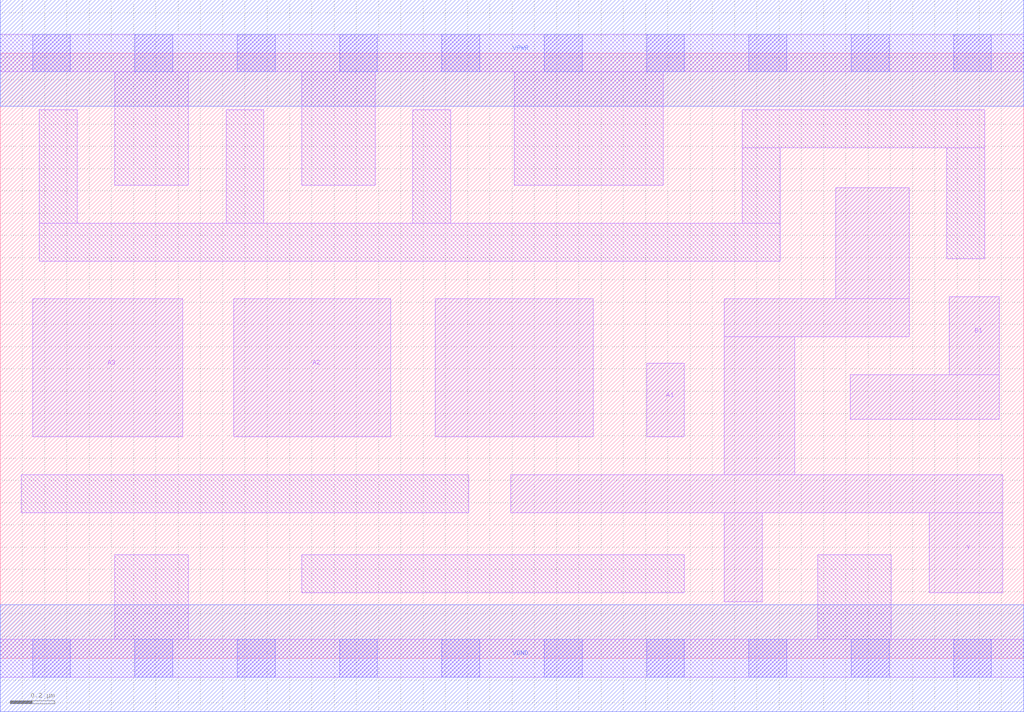
<source format=lef>
# Copyright 2020 The SkyWater PDK Authors
#
# Licensed under the Apache License, Version 2.0 (the "License");
# you may not use this file except in compliance with the License.
# You may obtain a copy of the License at
#
#     https://www.apache.org/licenses/LICENSE-2.0
#
# Unless required by applicable law or agreed to in writing, software
# distributed under the License is distributed on an "AS IS" BASIS,
# WITHOUT WARRANTIES OR CONDITIONS OF ANY KIND, either express or implied.
# See the License for the specific language governing permissions and
# limitations under the License.
#
# SPDX-License-Identifier: Apache-2.0

VERSION 5.7 ;
  NOWIREEXTENSIONATPIN ON ;
  DIVIDERCHAR "/" ;
  BUSBITCHARS "[]" ;
UNITS
  DATABASE MICRONS 200 ;
END UNITS
MACRO sky130_fd_sc_hd__a31oi_2
  CLASS CORE ;
  FOREIGN sky130_fd_sc_hd__a31oi_2 ;
  ORIGIN  0.000000  0.000000 ;
  SIZE  4.600000 BY  2.720000 ;
  SYMMETRY X Y R90 ;
  SITE unithd ;
  PIN A1
    ANTENNAGATEAREA  0.495000 ;
    DIRECTION INPUT ;
    USE SIGNAL ;
    PORT
      LAYER li1 ;
        RECT 1.955000 0.995000 2.665000 1.615000 ;
        RECT 2.905000 0.995000 3.075000 1.325000 ;
    END
  END A1
  PIN A2
    ANTENNAGATEAREA  0.495000 ;
    DIRECTION INPUT ;
    USE SIGNAL ;
    PORT
      LAYER li1 ;
        RECT 1.050000 0.995000 1.755000 1.615000 ;
    END
  END A2
  PIN A3
    ANTENNAGATEAREA  0.495000 ;
    DIRECTION INPUT ;
    USE SIGNAL ;
    PORT
      LAYER li1 ;
        RECT 0.145000 0.995000 0.820000 1.615000 ;
    END
  END A3
  PIN B1
    ANTENNAGATEAREA  0.495000 ;
    DIRECTION INPUT ;
    USE SIGNAL ;
    PORT
      LAYER li1 ;
        RECT 3.820000 1.075000 4.490000 1.275000 ;
        RECT 4.265000 1.275000 4.490000 1.625000 ;
    END
  END B1
  PIN Y
    ANTENNADIFFAREA  0.922000 ;
    DIRECTION OUTPUT ;
    USE SIGNAL ;
    PORT
      LAYER li1 ;
        RECT 2.295000 0.655000 4.505000 0.825000 ;
        RECT 3.255000 0.255000 3.425000 0.655000 ;
        RECT 3.255000 0.825000 3.570000 1.445000 ;
        RECT 3.255000 1.445000 4.085000 1.615000 ;
        RECT 3.755000 1.615000 4.085000 2.115000 ;
        RECT 4.175000 0.295000 4.505000 0.655000 ;
    END
  END Y
  PIN VGND
    DIRECTION INOUT ;
    SHAPE ABUTMENT ;
    USE GROUND ;
    PORT
      LAYER met1 ;
        RECT 0.000000 -0.240000 4.600000 0.240000 ;
    END
  END VGND
  PIN VPWR
    DIRECTION INOUT ;
    SHAPE ABUTMENT ;
    USE POWER ;
    PORT
      LAYER met1 ;
        RECT 0.000000 2.480000 4.600000 2.960000 ;
    END
  END VPWR
  OBS
    LAYER li1 ;
      RECT 0.000000 -0.085000 4.600000 0.085000 ;
      RECT 0.000000  2.635000 4.600000 2.805000 ;
      RECT 0.095000  0.655000 2.105000 0.825000 ;
      RECT 0.175000  1.785000 3.505000 1.955000 ;
      RECT 0.175000  1.955000 0.345000 2.465000 ;
      RECT 0.515000  0.085000 0.845000 0.465000 ;
      RECT 0.515000  2.125000 0.845000 2.635000 ;
      RECT 1.015000  1.955000 1.185000 2.465000 ;
      RECT 1.355000  0.295000 3.075000 0.465000 ;
      RECT 1.355000  2.125000 1.685000 2.635000 ;
      RECT 1.855000  1.955000 2.025000 2.465000 ;
      RECT 2.310000  2.125000 2.980000 2.635000 ;
      RECT 3.335000  1.955000 3.505000 2.295000 ;
      RECT 3.335000  2.295000 4.425000 2.465000 ;
      RECT 3.675000  0.085000 4.005000 0.465000 ;
      RECT 4.255000  1.795000 4.425000 2.295000 ;
    LAYER mcon ;
      RECT 0.145000 -0.085000 0.315000 0.085000 ;
      RECT 0.145000  2.635000 0.315000 2.805000 ;
      RECT 0.605000 -0.085000 0.775000 0.085000 ;
      RECT 0.605000  2.635000 0.775000 2.805000 ;
      RECT 1.065000 -0.085000 1.235000 0.085000 ;
      RECT 1.065000  2.635000 1.235000 2.805000 ;
      RECT 1.525000 -0.085000 1.695000 0.085000 ;
      RECT 1.525000  2.635000 1.695000 2.805000 ;
      RECT 1.985000 -0.085000 2.155000 0.085000 ;
      RECT 1.985000  2.635000 2.155000 2.805000 ;
      RECT 2.445000 -0.085000 2.615000 0.085000 ;
      RECT 2.445000  2.635000 2.615000 2.805000 ;
      RECT 2.905000 -0.085000 3.075000 0.085000 ;
      RECT 2.905000  2.635000 3.075000 2.805000 ;
      RECT 3.365000 -0.085000 3.535000 0.085000 ;
      RECT 3.365000  2.635000 3.535000 2.805000 ;
      RECT 3.825000 -0.085000 3.995000 0.085000 ;
      RECT 3.825000  2.635000 3.995000 2.805000 ;
      RECT 4.285000 -0.085000 4.455000 0.085000 ;
      RECT 4.285000  2.635000 4.455000 2.805000 ;
  END
END sky130_fd_sc_hd__a31oi_2
END LIBRARY

</source>
